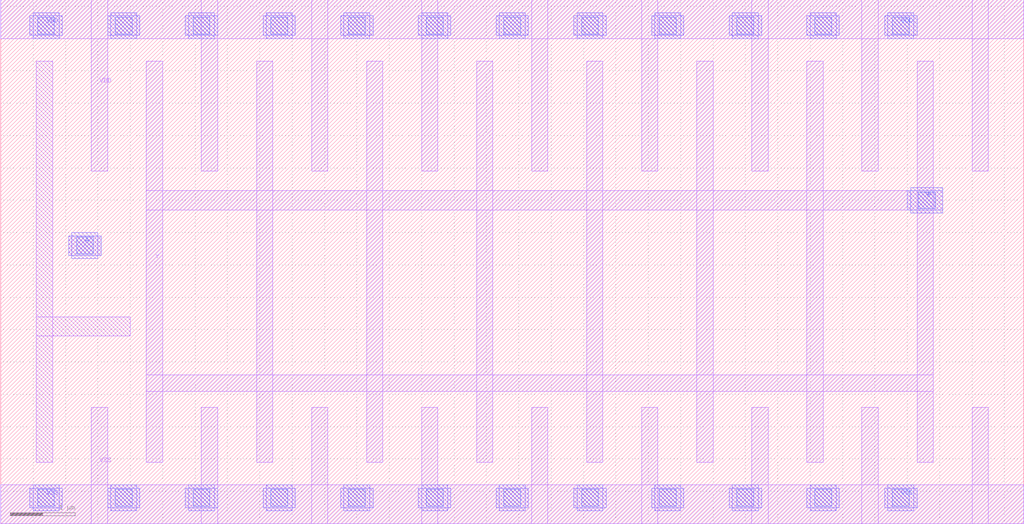
<source format=lef>
# Copyright 2022 Google LLC
# Licensed under the Apache License, Version 2.0 (the "License");
# you may not use this file except in compliance with the License.
# You may obtain a copy of the License at
#
#      http://www.apache.org/licenses/LICENSE-2.0
#
# Unless required by applicable law or agreed to in writing, software
# distributed under the License is distributed on an "AS IS" BASIS,
# WITHOUT WARRANTIES OR CONDITIONS OF ANY KIND, either express or implied.
# See the License for the specific language governing permissions and
# limitations under the License.
VERSION 5.7 ;
BUSBITCHARS "[]" ;
DIVIDERCHAR "/" ;

MACRO gf180mcu_osu_sc_12T_buf_16
  CLASS CORE ;
  ORIGIN 0 0 ;
  FOREIGN gf180mcu_osu_sc_12T_buf_16 0 0 ;
  SIZE 15.8 BY 8.1 ;
  SYMMETRY X Y ;
  SITE GF018hv5v_mcu_sc7 ;
  PIN A
    DIRECTION INPUT ;
    USE SIGNAL ;
    PORT
      LAYER MET1 ;
        RECT 1.05 4.15 1.55 4.45 ;
      LAYER MET2 ;
        RECT 1.05 4.15 1.55 4.45 ;
        RECT 1.1 4.1 1.5 4.5 ;
      LAYER VIA12 ;
        RECT 1.17 4.17 1.43 4.43 ;
    END
  END A
  PIN VDD
    DIRECTION INOUT ;
    USE POWER ;
    SHAPE ABUTMENT ;
    PORT
      LAYER MET1 ;
        RECT 0 7.5 15.8 8.1 ;
        RECT 15 5.45 15.25 8.1 ;
        RECT 13.3 5.45 13.55 8.1 ;
        RECT 11.6 5.45 11.85 8.1 ;
        RECT 9.9 5.45 10.15 8.1 ;
        RECT 8.2 5.45 8.45 8.1 ;
        RECT 6.5 5.45 6.75 8.1 ;
        RECT 4.8 5.45 5.05 8.1 ;
        RECT 3.1 5.45 3.35 8.1 ;
        RECT 1.4 5.45 1.65 8.1 ;
      LAYER MET2 ;
        RECT 13.65 7.55 14.15 7.85 ;
        RECT 13.7 7.5 14.1 7.9 ;
        RECT 12.45 7.55 12.95 7.85 ;
        RECT 12.5 7.5 12.9 7.9 ;
        RECT 11.25 7.55 11.75 7.85 ;
        RECT 11.3 7.5 11.7 7.9 ;
        RECT 10.05 7.55 10.55 7.85 ;
        RECT 10.1 7.5 10.5 7.9 ;
        RECT 8.85 7.55 9.35 7.85 ;
        RECT 8.9 7.5 9.3 7.9 ;
        RECT 7.65 7.55 8.15 7.85 ;
        RECT 7.7 7.5 8.1 7.9 ;
        RECT 6.45 7.55 6.95 7.85 ;
        RECT 6.5 7.5 6.9 7.9 ;
        RECT 5.25 7.55 5.75 7.85 ;
        RECT 5.3 7.5 5.7 7.9 ;
        RECT 4.05 7.55 4.55 7.85 ;
        RECT 4.1 7.5 4.5 7.9 ;
        RECT 2.85 7.55 3.35 7.85 ;
        RECT 2.9 7.5 3.3 7.9 ;
        RECT 1.65 7.55 2.15 7.85 ;
        RECT 1.7 7.5 2.1 7.9 ;
        RECT 0.45 7.55 0.95 7.85 ;
        RECT 0.5 7.5 0.9 7.9 ;
      LAYER VIA12 ;
        RECT 0.57 7.57 0.83 7.83 ;
        RECT 1.77 7.57 2.03 7.83 ;
        RECT 2.97 7.57 3.23 7.83 ;
        RECT 4.17 7.57 4.43 7.83 ;
        RECT 5.37 7.57 5.63 7.83 ;
        RECT 6.57 7.57 6.83 7.83 ;
        RECT 7.77 7.57 8.03 7.83 ;
        RECT 8.97 7.57 9.23 7.83 ;
        RECT 10.17 7.57 10.43 7.83 ;
        RECT 11.37 7.57 11.63 7.83 ;
        RECT 12.57 7.57 12.83 7.83 ;
        RECT 13.77 7.57 14.03 7.83 ;
    END
  END VDD
  PIN VSS
    DIRECTION INOUT ;
    USE GROUND ;
    PORT
      LAYER MET1 ;
        RECT 0 0 15.8 0.6 ;
        RECT 15 0 15.25 1.8 ;
        RECT 13.3 0 13.55 1.8 ;
        RECT 11.6 0 11.85 1.8 ;
        RECT 9.9 0 10.15 1.8 ;
        RECT 8.2 0 8.45 1.8 ;
        RECT 6.5 0 6.75 1.8 ;
        RECT 4.8 0 5.05 1.8 ;
        RECT 3.1 0 3.35 1.8 ;
        RECT 1.4 0 1.65 1.8 ;
      LAYER MET2 ;
        RECT 13.65 0.25 14.15 0.55 ;
        RECT 13.7 0.2 14.1 0.6 ;
        RECT 12.45 0.25 12.95 0.55 ;
        RECT 12.5 0.2 12.9 0.6 ;
        RECT 11.25 0.25 11.75 0.55 ;
        RECT 11.3 0.2 11.7 0.6 ;
        RECT 10.05 0.25 10.55 0.55 ;
        RECT 10.1 0.2 10.5 0.6 ;
        RECT 8.85 0.25 9.35 0.55 ;
        RECT 8.9 0.2 9.3 0.6 ;
        RECT 7.65 0.25 8.15 0.55 ;
        RECT 7.7 0.2 8.1 0.6 ;
        RECT 6.45 0.25 6.95 0.55 ;
        RECT 6.5 0.2 6.9 0.6 ;
        RECT 5.25 0.25 5.75 0.55 ;
        RECT 5.3 0.2 5.7 0.6 ;
        RECT 4.05 0.25 4.55 0.55 ;
        RECT 4.1 0.2 4.5 0.6 ;
        RECT 2.85 0.25 3.35 0.55 ;
        RECT 2.9 0.2 3.3 0.6 ;
        RECT 1.65 0.25 2.15 0.55 ;
        RECT 1.7 0.2 2.1 0.6 ;
        RECT 0.45 0.25 0.95 0.55 ;
        RECT 0.5 0.2 0.9 0.6 ;
      LAYER VIA12 ;
        RECT 0.57 0.27 0.83 0.53 ;
        RECT 1.77 0.27 2.03 0.53 ;
        RECT 2.97 0.27 3.23 0.53 ;
        RECT 4.17 0.27 4.43 0.53 ;
        RECT 5.37 0.27 5.63 0.53 ;
        RECT 6.57 0.27 6.83 0.53 ;
        RECT 7.77 0.27 8.03 0.53 ;
        RECT 8.97 0.27 9.23 0.53 ;
        RECT 10.17 0.27 10.43 0.53 ;
        RECT 11.37 0.27 11.63 0.53 ;
        RECT 12.57 0.27 12.83 0.53 ;
        RECT 13.77 0.27 14.03 0.53 ;
    END
  END VSS
  PIN Y
    DIRECTION OUTPUT ;
    USE SIGNAL ;
    PORT
      LAYER MET1 ;
        RECT 2.25 4.85 14.55 5.15 ;
        RECT 14.15 0.95 14.4 7.15 ;
        RECT 2.25 2.05 14.4 2.3 ;
        RECT 12.45 0.95 12.7 7.15 ;
        RECT 10.75 0.95 11 7.15 ;
        RECT 9.05 0.95 9.3 7.15 ;
        RECT 7.35 0.95 7.6 7.15 ;
        RECT 5.65 0.95 5.9 7.15 ;
        RECT 3.95 0.95 4.2 7.15 ;
        RECT 2.25 0.95 2.5 7.15 ;
      LAYER MET2 ;
        RECT 14.05 4.8 14.55 5.2 ;
        RECT 14 4.85 14.55 5.15 ;
      LAYER VIA12 ;
        RECT 14.17 4.87 14.43 5.13 ;
    END
  END Y
  OBS
    LAYER MET1 ;
      RECT 0.55 0.95 0.8 7.15 ;
      RECT 0.55 2.9 2 3.2 ;
  END
END gf180mcu_osu_sc_12T_buf_16

</source>
